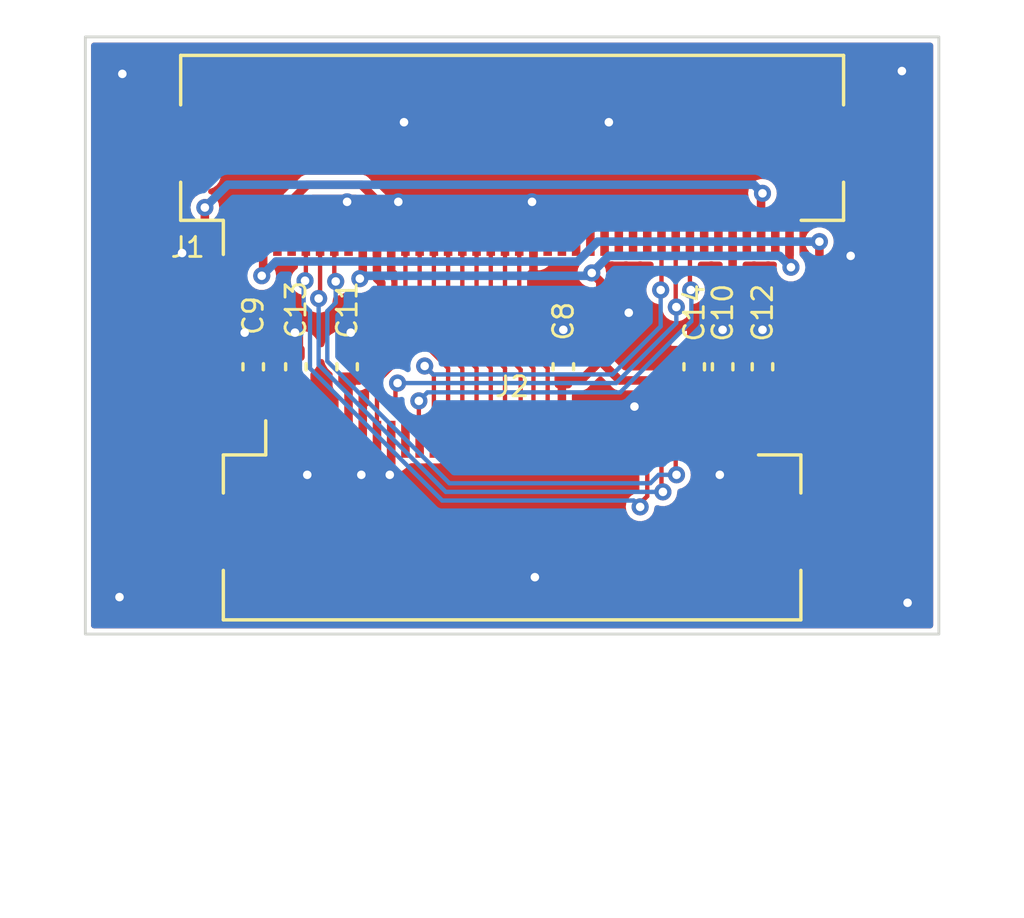
<source format=kicad_pcb>
(kicad_pcb (version 20211014) (generator pcbnew)
  (layers (0 "F.Cu" signal) (31 "B.Cu" signal) (34 "B.Paste" user) (35 "F.Paste" user) (36 "B.SilkS" user "B.Silkscreen") (37 "F.SilkS" user "F.Silkscreen") (38 "B.Mask" user) (39 "F.Mask" user) (44 "Edge.Cuts" user))
  (net 0 "")
  (net 1 "VGL")
  (net 2 "GND")
  (net 3 "VGH")
  (net 4 "VCOM")
  (net 5 "VPOS")
  (net 6 "VNEG")
  (net 7 "+3V3")
  (net 21 "/GDOE")
  (net 22 "/GDCLK")
  (net 23 "/GDSP")
  (net 24 "/ESDCLK")
  (net 25 "/ED0")
  (net 26 "/ED8")
  (net 27 "/ED1")
  (net 28 "/ED9")
  (net 29 "/ED2")
  (net 30 "/ED10")
  (net 31 "/ED3")
  (net 32 "/ED11")
  (net 33 "/ED4")
  (net 34 "/ED12")
  (net 35 "/ED5")
  (net 36 "/ED13")
  (net 37 "/ED6")
  (net 38 "/ED14")
  (net 39 "/ED7")
  (net 40 "/ED15")
  (net 41 "/SDCE0")
  (net 42 "/ESDLE")
  (net 43 "/ESDOE")
  (footprint "Capacitor_SMD:C_0402_1005Metric" (layer "F.Cu") (at 167.8 84.6 90)
    (fp_text reference "C8" (at 1.6 0 90) (layer "F.SilkS") (effects (font (size 0.7 0.7) (thickness 0.1))))
    (fp_text value "220nF")
    (fp_line (start -0.107836 0.36) (end 0.107836 0.36) (layer "F.SilkS") (width 0.12))
    (fp_line (start -0.107836 -0.36) (end 0.107836 -0.36) (layer "F.SilkS") (width 0.12))
    (pad "1" smd roundrect (at -0.48 0 90) (size 0.56 0.62) (layers "F.Cu" "F.Paste" "F.Mask") (net 4 "VCOM"))
    (pad "2" smd roundrect (at 0.48 0 90) (size 0.56 0.62) (layers "F.Cu" "F.Paste" "F.Mask") (net 2 "GND"))
  )
  (footprint "Capacitor_SMD:C_0402_1005Metric" (layer "F.Cu") (at 172.4 84.6 90)
    (fp_text reference "C14" (at 1.9 0 90) (layer "F.SilkS") (effects (font (size 0.7 0.7) (thickness 0.1))))
    (fp_text value "220nF")
    (fp_line (start -0.107836 -0.36) (end 0.107836 -0.36) (layer "F.SilkS") (width 0.12))
    (fp_line (start -0.107836 0.36) (end 0.107836 0.36) (layer "F.SilkS") (width 0.12))
    (pad "1" smd roundrect (at -0.48 0 90) (size 0.56 0.62) (layers "F.Cu" "F.Paste" "F.Mask") (net 4 "VCOM"))
    (pad "2" smd roundrect (at 0.48 0 90) (size 0.56 0.62) (layers "F.Cu" "F.Paste" "F.Mask") (net 2 "GND"))
  )
  (footprint "Capacitor_SMD:C_0402_1005Metric" (layer "F.Cu") (at 156.9 84.6 90)
    (fp_text reference "C9" (at 1.8 0 90) (layer "F.SilkS") (effects (font (size 0.7 0.7) (thickness 0.1))))
    (fp_text value "220nF")
    (fp_line (start -0.107836 -0.36) (end 0.107836 -0.36) (layer "F.SilkS") (width 0.12))
    (fp_line (start -0.107836 0.36) (end 0.107836 0.36) (layer "F.SilkS") (width 0.12))
    (pad "1" smd roundrect (at -0.48 0 90) (size 0.56 0.62) (layers "F.Cu" "F.Paste" "F.Mask") (net 6 "VNEG"))
    (pad "2" smd roundrect (at 0.48 0 90) (size 0.56 0.62) (layers "F.Cu" "F.Paste" "F.Mask") (net 2 "GND"))
  )
  (footprint "Connector_FFC-FPC:Hirose_FH12-34S-0.5SH_1x34-1MP_P0.50mm_Horizontal" (layer "F.Cu") (at 166 89)
    (fp_text reference "J2" (at 0 -3.7) (layer "F.SilkS") (effects (font (size 0.7 0.7) (thickness 0.1))))
    (fp_text value "FH34S-34S-0.5SH(50)")
    (fp_line (start -10.15 -1.3) (end -10.15 0.04) (layer "F.SilkS") (width 0.12))
    (fp_line (start -10.15 2.76) (end -10.15 4.5) (layer "F.SilkS") (width 0.12))
    (fp_line (start -10.15 4.5) (end 10.15 4.5) (layer "F.SilkS") (width 0.12))
    (fp_line (start 10.15 -1.3) (end 10.15 0.04) (layer "F.SilkS") (width 0.12))
    (fp_line (start -8.66 -1.3) (end -8.66 -2.5) (layer "F.SilkS") (width 0.12))
    (fp_line (start -8.66 -1.3) (end -10.15 -1.3) (layer "F.SilkS") (width 0.12))
    (fp_line (start 10.15 4.5) (end 10.15 2.76) (layer "F.SilkS") (width 0.12))
    (fp_line (start 8.66 -1.3) (end 10.15 -1.3) (layer "F.SilkS") (width 0.12))
    (pad "1" smd rect (at -8.25 -1.85) (size 0.3 1.3) (layers "F.Cu" "F.Paste" "F.Mask") (net 6 "VNEG"))
    (pad "2" smd rect (at -7.75 -1.85) (size 0.3 1.3) (layers "F.Cu" "F.Paste" "F.Mask") (net 1 "VGL"))
    (pad "3" smd rect (at -7.25 -1.85) (size 0.3 1.3) (layers "F.Cu" "F.Paste" "F.Mask") (net 2 "GND"))
    (pad "4" smd rect (at -6.75 -1.85) (size 0.3 1.3) (layers "F.Cu" "F.Paste" "F.Mask"))
    (pad "5" smd rect (at -6.25 -1.85) (size 0.3 1.3) (layers "F.Cu" "F.Paste" "F.Mask"))
    (pad "6" smd rect (at -5.75 -1.85) (size 0.3 1.3) (layers "F.Cu" "F.Paste" "F.Mask") (net 7 "+3V3"))
    (pad "7" smd rect (at -5.25 -1.85) (size 0.3 1.3) (layers "F.Cu" "F.Paste" "F.Mask") (net 2 "GND"))
    (pad "8" smd rect (at -4.75 -1.85) (size 0.3 1.3) (layers "F.Cu" "F.Paste" "F.Mask") (net 24 "/ESDCLK"))
    (pad "9" smd rect (at -4.25 -1.85) (size 0.3 1.3) (layers "F.Cu" "F.Paste" "F.Mask") (net 2 "GND"))
    (pad "10" smd rect (at -3.75 -1.85) (size 0.3 1.3) (layers "F.Cu" "F.Paste" "F.Mask") (net 42 "/ESDLE"))
    (pad "11" smd rect (at -3.25 -1.85) (size 0.3 1.3) (layers "F.Cu" "F.Paste" "F.Mask") (net 43 "/ESDOE"))
    (pad "12" smd rect (at -2.75 -1.85) (size 0.3 1.3) (layers "F.Cu" "F.Paste" "F.Mask") (net 41 "/SDCE0"))
    (pad "13" smd rect (at -2.25 -1.85) (size 0.3 1.3) (layers "F.Cu" "F.Paste" "F.Mask") (net 25 "/ED0"))
    (pad "14" smd rect (at -1.75 -1.85) (size 0.3 1.3) (layers "F.Cu" "F.Paste" "F.Mask") (net 27 "/ED1"))
    (pad "15" smd rect (at -1.25 -1.85) (size 0.3 1.3) (layers "F.Cu" "F.Paste" "F.Mask") (net 29 "/ED2"))
    (pad "16" smd rect (at -0.75 -1.85) (size 0.3 1.3) (layers "F.Cu" "F.Paste" "F.Mask") (net 31 "/ED3"))
    (pad "17" smd rect (at -0.25 -1.85) (size 0.3 1.3) (layers "F.Cu" "F.Paste" "F.Mask") (net 33 "/ED4"))
    (pad "18" smd rect (at 0.25 -1.85) (size 0.3 1.3) (layers "F.Cu" "F.Paste" "F.Mask") (net 35 "/ED5"))
    (pad "19" smd rect (at 0.75 -1.85) (size 0.3 1.3) (layers "F.Cu" "F.Paste" "F.Mask") (net 37 "/ED6"))
    (pad "20" smd rect (at 1.25 -1.85) (size 0.3 1.3) (layers "F.Cu" "F.Paste" "F.Mask") (net 39 "/ED7"))
    (pad "21" smd rect (at 1.75 -1.85) (size 0.3 1.3) (layers "F.Cu" "F.Paste" "F.Mask") (net 4 "VCOM"))
    (pad "22" smd rect (at 2.25 -1.85) (size 0.3 1.3) (layers "F.Cu" "F.Paste" "F.Mask"))
    (pad "23" smd rect (at 2.75 -1.85) (size 0.3 1.3) (layers "F.Cu" "F.Paste" "F.Mask"))
    (pad "24" smd rect (at 3.25 -1.85) (size 0.3 1.3) (layers "F.Cu" "F.Paste" "F.Mask"))
    (pad "25" smd rect (at 3.75 -1.85) (size 0.3 1.3) (layers "F.Cu" "F.Paste" "F.Mask"))
    (pad "26" smd rect (at 4.25 -1.85) (size 0.3 1.3) (layers "F.Cu" "F.Paste" "F.Mask") (net 2 "GND"))
    (pad "27" smd rect (at 4.75 -1.85) (size 0.3 1.3) (layers "F.Cu" "F.Paste" "F.Mask") (net 21 "/GDOE"))
    (pad "28" smd rect (at 5.25 -1.85) (size 0.3 1.3) (layers "F.Cu" "F.Paste" "F.Mask") (net 22 "/GDCLK"))
    (pad "29" smd rect (at 5.75 -1.85) (size 0.3 1.3) (layers "F.Cu" "F.Paste" "F.Mask") (net 23 "/GDSP"))
    (pad "30" smd rect (at 6.25 -1.85) (size 0.3 1.3) (layers "F.Cu" "F.Paste" "F.Mask"))
    (pad "31" smd rect (at 6.75 -1.85) (size 0.3 1.3) (layers "F.Cu" "F.Paste" "F.Mask") (net 4 "VCOM"))
    (pad "32" smd rect (at 7.25 -1.85) (size 0.3 1.3) (layers "F.Cu" "F.Paste" "F.Mask") (net 2 "GND"))
    (pad "33" smd rect (at 7.75 -1.85) (size 0.3 1.3) (layers "F.Cu" "F.Paste" "F.Mask") (net 5 "VPOS"))
    (pad "34" smd rect (at 8.25 -1.85) (size 0.3 1.3) (layers "F.Cu" "F.Paste" "F.Mask") (net 3 "VGH"))
    (pad "MP" smd rect (at -10.15 1.4) (size 1.8 2.2) (layers "F.Cu" "F.Paste" "F.Mask") (net 2 "GND"))
    (pad "MP" smd rect (at 10.15 1.4) (size 1.8 2.2) (layers "F.Cu" "F.Paste" "F.Mask") (net 2 "GND"))
  )
  (footprint "footprints:Hirose_FH12-40S-0.5SH_1x40-1MP_P0.50mm_Horizontal_Reversed" (layer "F.Cu") (at 166 78.15 180)
    (fp_text reference "J1" (at 11.4 -2.25) (layer "F.SilkS") (effects (font (size 0.7 0.7) (thickness 0.1))))
    (fp_text value "FH12-40S-0.5SH")
    (fp_line (start -11.65 -1.3) (end -11.65 0.04) (layer "F.SilkS") (width 0.12))
    (fp_line (start -10.16 -1.3) (end -11.65 -1.3) (layer "F.SilkS") (width 0.12))
    (fp_line (start -11.65 2.76) (end -11.65 4.5) (layer "F.SilkS") (width 0.12))
    (fp_line (start 10.16 -1.3) (end 11.65 -1.3) (layer "F.SilkS") (width 0.12))
    (fp_line (start 11.65 -1.3) (end 11.65 0.04) (layer "F.SilkS") (width 0.12))
    (fp_line (start 11.65 4.5) (end 11.65 2.76) (layer "F.SilkS") (width 0.12))
    (fp_line (start -11.65 4.5) (end 11.65 4.5) (layer "F.SilkS") (width 0.12))
    (fp_line (start 10.15 -1.3) (end 10.15 -2.5) (layer "F.SilkS") (width 0.12))
    (pad "1" smd rect locked (at 9.75 -1.9) (size 0.3 1.3) (layers "F.Cu" "F.Paste" "F.Mask") (net 1 "VGL"))
    (pad "2" smd rect locked (at 9.25 -1.9) (size 0.3 1.3) (layers "F.Cu" "F.Paste" "F.Mask"))
    (pad "3" smd rect locked (at 8.75 -1.9) (size 0.3 1.3) (layers "F.Cu" "F.Paste" "F.Mask") (net 3 "VGH"))
    (pad "4" smd rect locked (at 8.25 -1.9) (size 0.3 1.3) (layers "F.Cu" "F.Paste" "F.Mask"))
    (pad "5" smd rect locked (at 7.75 -1.9) (size 0.3 1.3) (layers "F.Cu" "F.Paste" "F.Mask") (net 7 "+3V3"))
    (pad "6" smd rect locked (at 7.25 -1.9) (size 0.3 1.3) (layers "F.Cu" "F.Paste" "F.Mask") (net 21 "/GDOE"))
    (pad "7" smd rect locked (at 6.75 -1.9) (size 0.3 1.3) (layers "F.Cu" "F.Paste" "F.Mask") (net 22 "/GDCLK"))
    (pad "8" smd rect locked (at 6.25 -1.9) (size 0.3 1.3) (layers "F.Cu" "F.Paste" "F.Mask") (net 23 "/GDSP"))
    (pad "9" smd rect locked (at 5.75 -1.9) (size 0.3 1.3) (layers "F.Cu" "F.Paste" "F.Mask") (net 2 "GND"))
    (pad "10" smd rect locked (at 5.25 -1.9) (size 0.3 1.3) (layers "F.Cu" "F.Paste" "F.Mask") (net 4 "VCOM"))
    (pad "11" smd rect locked (at 4.75 -1.9) (size 0.3 1.3) (layers "F.Cu" "F.Paste" "F.Mask") (net 7 "+3V3"))
    (pad "12" smd rect locked (at 4.25 -1.9) (size 0.3 1.3) (layers "F.Cu" "F.Paste" "F.Mask") (net 2 "GND"))
    (pad "13" smd rect locked (at 3.75 -1.9) (size 0.3 1.3) (layers "F.Cu" "F.Paste" "F.Mask") (net 24 "/ESDCLK"))
    (pad "14" smd rect locked (at 3.25 -1.9) (size 0.3 1.3) (layers "F.Cu" "F.Paste" "F.Mask") (net 25 "/ED0"))
    (pad "15" smd rect locked (at 2.75 -1.9) (size 0.3 1.3) (layers "F.Cu" "F.Paste" "F.Mask") (net 27 "/ED1"))
    (pad "16" smd rect locked (at 2.25 -1.9) (size 0.3 1.3) (layers "F.Cu" "F.Paste" "F.Mask") (net 29 "/ED2"))
    (pad "17" smd rect locked (at 1.75 -1.9) (size 0.3 1.3) (layers "F.Cu" "F.Paste" "F.Mask") (net 31 "/ED3"))
    (pad "18" smd rect locked (at 1.25 -1.9) (size 0.3 1.3) (layers "F.Cu" "F.Paste" "F.Mask") (net 33 "/ED4"))
    (pad "19" smd rect locked (at 0.75 -1.9) (size 0.3 1.3) (layers "F.Cu" "F.Paste" "F.Mask") (net 35 "/ED5"))
    (pad "20" smd rect locked (at 0.25 -1.9) (size 0.3 1.3) (layers "F.Cu" "F.Paste" "F.Mask") (net 37 "/ED6"))
    (pad "21" smd rect locked (at -0.25 -1.9) (size 0.3 1.3) (layers "F.Cu" "F.Paste" "F.Mask") (net 39 "/ED7"))
    (pad "22" smd rect locked (at -0.75 -1.9) (size 0.3 1.3) (layers "F.Cu" "F.Paste" "F.Mask") (net 2 "GND"))
    (pad "23" smd rect locked (at -1.25 -1.9) (size 0.3 1.3) (layers "F.Cu" "F.Paste" "F.Mask") (net 26 "/ED8"))
    (pad "24" smd rect locked (at -1.75 -1.9) (size 0.3 1.3) (layers "F.Cu" "F.Paste" "F.Mask") (net 28 "/ED9"))
    (pad "25" smd rect locked (at -2.25 -1.9) (size 0.3 1.3) (layers "F.Cu" "F.Paste" "F.Mask") (net 30 "/ED10"))
    (pad "26" smd rect locked (at -2.75 -1.9) (size 0.3 1.3) (layers "F.Cu" "F.Paste" "F.Mask") (net 32 "/ED11"))
    (pad "27" smd rect locked (at -3.25 -1.9) (size 0.3 1.3) (layers "F.Cu" "F.Paste" "F.Mask") (net 34 "/ED12"))
    (pad "28" smd rect locked (at -3.75 -1.9) (size 0.3 1.3) (layers "F.Cu" "F.Paste" "F.Mask") (net 36 "/ED13"))
    (pad "29" smd rect locked (at -4.25 -1.9) (size 0.3 1.3) (layers "F.Cu" "F.Paste" "F.Mask") (net 38 "/ED14"))
    (pad "30" smd rect locked (at -4.75 -1.9) (size 0.3 1.3) (layers "F.Cu" "F.Paste" "F.Mask") (net 40 "/ED15"))
    (pad "31" smd rect locked (at -5.25 -1.9) (size 0.3 1.3) (layers "F.Cu" "F.Paste" "F.Mask") (net 41 "/SDCE0"))
    (pad "32" smd rect locked (at -5.75 -1.9) (size 0.3 1.3) (layers "F.Cu" "F.Paste" "F.Mask") (net 42 "/ESDLE"))
    (pad "33" smd rect locked (at -6.25 -1.9) (size 0.3 1.3) (layers "F.Cu" "F.Paste" "F.Mask") (net 43 "/ESDOE"))
    (pad "34" smd rect locked (at -6.75 -1.9) (size 0.3 1.3) (layers "F.Cu" "F.Paste" "F.Mask"))
    (pad "35" smd rect locked (at -7.25 -1.9) (size 0.3 1.3) (layers "F.Cu" "F.Paste" "F.Mask"))
    (pad "36" smd rect locked (at -7.75 -1.9) (size 0.3 1.3) (layers "F.Cu" "F.Paste" "F.Mask") (net 5 "VPOS"))
    (pad "37" smd rect locked (at -8.25 -1.9) (size 0.3 1.3) (layers "F.Cu" "F.Paste" "F.Mask"))
    (pad "38" smd rect locked (at -8.75 -1.9) (size 0.3 1.3) (layers "F.Cu" "F.Paste" "F.Mask") (net 6 "VNEG"))
    (pad "39" smd rect locked (at -9.25 -1.9) (size 0.3 1.3) (layers "F.Cu" "F.Paste" "F.Mask"))
    (pad "40" smd rect locked (at -9.75 -1.9) (size 0.3 1.3) (layers "F.Cu" "F.Paste" "F.Mask") (net 4 "VCOM"))
    (pad "MP" smd rect locked (at -11.65 1.4 180) (size 1.8 2.2) (layers "F.Cu" "F.Paste" "F.Mask") (net 2 "GND"))
    (pad "MP" smd rect locked (at 11.65 1.4 180) (size 1.8 2.2) (layers "F.Cu" "F.Paste" "F.Mask") (net 2 "GND"))
  )
  (footprint "Capacitor_SMD:C_0402_1005Metric" (layer "F.Cu") (at 158.4 84.6 90)
    (fp_text reference "C13" (at 2 0 90) (layer "F.SilkS") (effects (font (size 0.7 0.7) (thickness 0.1))))
    (fp_text value "220nF")
    (fp_line (start -0.107836 -0.36) (end 0.107836 -0.36) (layer "F.SilkS") (width 0.12))
    (fp_line (start -0.107836 0.36) (end 0.107836 0.36) (layer "F.SilkS") (width 0.12))
    (pad "1" smd roundrect (at -0.48 0 90) (size 0.56 0.62) (layers "F.Cu" "F.Paste" "F.Mask") (net 1 "VGL"))
    (pad "2" smd roundrect (at 0.48 0 90) (size 0.56 0.62) (layers "F.Cu" "F.Paste" "F.Mask") (net 2 "GND"))
  )
  (footprint "Capacitor_SMD:C_0402_1005Metric" (layer "F.Cu") (at 174.8 84.6 90)
    (fp_text reference "C12" (at 1.9 0 90) (layer "F.SilkS") (effects (font (size 0.7 0.7) (thickness 0.1))))
    (fp_text value "220nF")
    (fp_line (start -0.107836 0.36) (end 0.107836 0.36) (layer "F.SilkS") (width 0.12))
    (fp_line (start -0.107836 -0.36) (end 0.107836 -0.36) (layer "F.SilkS") (width 0.12))
    (pad "1" smd roundrect (at -0.48 0 90) (size 0.56 0.62) (layers "F.Cu" "F.Paste" "F.Mask") (net 3 "VGH"))
    (pad "2" smd roundrect (at 0.48 0 90) (size 0.56 0.62) (layers "F.Cu" "F.Paste" "F.Mask") (net 2 "GND"))
  )
  (footprint "Capacitor_SMD:C_0402_1005Metric" (layer "F.Cu") (at 160.2 84.6 90)
    (fp_text reference "C11" (at 2 0 90) (layer "F.SilkS") (effects (font (size 0.7 0.7) (thickness 0.1))))
    (fp_text value "220nF")
    (fp_line (start -0.107836 -0.36) (end 0.107836 -0.36) (layer "F.SilkS") (width 0.12))
    (fp_line (start -0.107836 0.36) (end 0.107836 0.36) (layer "F.SilkS") (width 0.12))
    (pad "1" smd roundrect (at -0.48 0 90) (size 0.56 0.62) (layers "F.Cu" "F.Paste" "F.Mask") (net 7 "+3V3"))
    (pad "2" smd roundrect (at 0.48 0 90) (size 0.56 0.62) (layers "F.Cu" "F.Paste" "F.Mask") (net 2 "GND"))
  )
  (footprint "Capacitor_SMD:C_0402_1005Metric" (layer "F.Cu") (at 173.4 84.6 90)
    (fp_text reference "C10" (at 1.9 0 90) (layer "F.SilkS") (effects (font (size 0.7 0.7) (thickness 0.1))))
    (fp_text value "220nF")
    (fp_line (start -0.107836 0.36) (end 0.107836 0.36) (layer "F.SilkS") (width 0.12))
    (fp_line (start -0.107836 -0.36) (end 0.107836 -0.36) (layer "F.SilkS") (width 0.12))
    (pad "1" smd roundrect (at -0.48 0 90) (size 0.56 0.62) (layers "F.Cu" "F.Paste" "F.Mask") (net 5 "VPOS"))
    (pad "2" smd roundrect (at 0.48 0 90) (size 0.56 0.62) (layers "F.Cu" "F.Paste" "F.Mask") (net 2 "GND"))
  )
  (gr_rect (start 151 73) (end 181 94) (layer "Edge.Cuts") (width 0.1) (fill none))
  (segment (start 158.25 85.23) (end 158.4 85.08) (width 0.3) (layer "F.Cu") (net 1))
  (segment (start 158.18 85.08) (end 158.4 85.08) (width 0.3) (layer "F.Cu") (net 1))
  (segment (start 156.25 82.05) (end 157.7 83.5) (width 0.3) (layer "F.Cu") (net 1))
  (segment (start 157.7 83.5) (end 157.7 84.6) (width 0.3) (layer "F.Cu") (net 1))
  (segment (start 157.7 84.6) (end 158.18 85.08) (width 0.3) (layer "F.Cu") (net 1))
  (segment (start 158.25 87.15) (end 158.25 85.23) (width 0.3) (layer "F.Cu") (net 1))
  (segment (start 156.25 80.05) (end 156.25 82.05) (width 0.3) (layer "F.Cu") (net 1))
  (segment (start 160.75 87.15) (end 160.75 88.35) (width 0.3) (layer "F.Cu") (net 2))
  (segment (start 173.4 84.12) (end 173.4 83.3019) (width 0.3) (layer "F.Cu") (net 2))
  (segment (start 160.25 78.85) (end 160.25 80.05) (width 0.3) (layer "F.Cu") (net 2))
  (segment (start 156.9 84.12) (end 156.9 83.7) (width 0.3) (layer "F.Cu") (net 2))
  (segment (start 158.75 87.15) (end 158.75 88.35) (width 0.3) (layer "F.Cu") (net 2))
  (segment (start 158.4 83.43242) (end 158.4 84.12) (width 0.3) (layer "F.Cu") (net 2))
  (segment (start 158.75 88.35) (end 158.8 88.4) (width 0.3) (layer "F.Cu") (net 2))
  (segment (start 160.75 88.35) (end 160.7 88.4) (width 0.3) (layer "F.Cu") (net 2))
  (segment (start 158.36758 83.4) (end 158.4 83.43242) (width 0.3) (layer "F.Cu") (net 2))
  (segment (start 170.25 86.05) (end 170.3 86) (width 0.3) (layer "F.Cu") (net 2))
  (segment (start 173.4 83.3019) (end 173.3981 83.3) (width 0.3) (layer "F.Cu") (net 2))
  (segment (start 173.25 88.35) (end 173.3 88.4) (width 0.3) (layer "F.Cu") (net 2))
  (segment (start 166.75 80.05) (end 166.75 78.85) (width 0.3) (layer "F.Cu") (net 2))
  (segment (start 161.75 88.35) (end 161.7 88.4) (width 0.3) (layer "F.Cu") (net 2))
  (segment (start 166.75 78.85) (end 166.7 78.8) (width 0.3) (layer "F.Cu") (net 2))
  (segment (start 173.25 87.15) (end 173.25 88.35) (width 0.3) (layer "F.Cu") (net 2))
  (segment (start 172.4 84.12) (end 173.4 84.12) (width 0.3) (layer "F.Cu") (net 2))
  (segment (start 161.75 79.05) (end 161.75 80.05) (width 0.3) (layer "F.Cu") (net 2))
  (segment (start 167.8 84.12) (end 167.8 83.3) (width 0.3) (layer "F.Cu") (net 2))
  (segment (start 162 78.8) (end 161.75 79.05) (width 0.3) (layer "F.Cu") (net 2))
  (segment (start 160.3281 83.4) (end 160.2 83.5281) (width 0.3) (layer "F.Cu") (net 2))
  (segment (start 156.9 83.7) (end 156.6 83.4) (width 0.3) (layer "F.Cu") (net 2))
  (segment (start 161.75 87.15) (end 161.75 88.35) (width 0.3) (layer "F.Cu") (net 2))
  (segment (start 160.2 78.8) (end 160.25 78.85) (width 0.3) (layer "F.Cu") (net 2))
  (segment (start 160.2 83.5281) (end 160.2 84.12) (width 0.3) (layer "F.Cu") (net 2))
  (segment (start 170.25 87.15) (end 170.25 86.05) (width 0.3) (layer "F.Cu") (net 2))
  (segment (start 174.8 84.12) (end 174.8 83.3) (width 0.3) (layer "F.Cu") (net 2))
  (via (at 160.7 88.4) (size 0.6) (drill 0.3) (layers "F.Cu" "B.Cu") (net 2))
  (via (at 162 78.8) (size 0.6) (drill 0.3) (layers "F.Cu" "B.Cu") (net 2))
  (via (at 173.3981 83.3) (size 0.6) (drill 0.3) (layers "F.Cu" "B.Cu") (net 2))
  (via (at 152.2 92.7) (size 0.6) (drill 0.3) (layers "F.Cu" "B.Cu") (net 2))
  (via (at 169.4 76) (size 0.6) (drill 0.3) (layers "F.Cu" "B.Cu") (net 2))
  (via (at 170.3 86) (size 0.6) (drill 0.3) (layers "F.Cu" "B.Cu") (net 2))
  (via (at 167.8 83.3) (size 0.6) (drill 0.3) (layers "F.Cu" "B.Cu") (net 2))
  (via (at 158.8 88.4) (size 0.6) (drill 0.3) (layers "F.Cu" "B.Cu") (net 2))
  (via (at 173.3 88.4) (size 0.6) (drill 0.3) (layers "F.Cu" "B.Cu") (net 2))
  (via (at 162.2 76) (size 0.6) (drill 0.3) (layers "F.Cu" "B.Cu") (net 2))
  (via (at 166.8 92) (size 0.6) (drill 0.3) (layers "F.Cu" "B.Cu") (net 2))
  (via (at 179.9 92.9) (size 0.6) (drill 0.3) (layers "F.Cu" "B.Cu") (net 2))
  (via (at 152.3 74.3) (size 0.6) (drill 0.3) (layers "F.Cu" "B.Cu") (net 2))
  (via (at 174.8 83.3) (size 0.6) (drill 0.3) (layers "F.Cu" "B.Cu") (net 2))
  (via (at 170.1 82.7) (size 0.6) (drill 0.3) (layers "F.Cu" "B.Cu") (net 2))
  (via (at 166.7 78.8) (size 0.6) (drill 0.3) (layers "F.Cu" "B.Cu") (net 2))
  (via (at 161.7 88.4) (size 0.6) (drill 0.3) (layers "F.Cu" "B.Cu") (net 2))
  (via (at 154.4 80.6) (size 0.6) (drill 0.3) (layers "F.Cu" "B.Cu") (net 2))
  (via (at 158.36758 83.4) (size 0.6) (drill 0.3) (layers "F.Cu" "B.Cu") (net 2))
  (via (at 160.3281 83.4) (size 0.6) (drill 0.3) (layers "F.Cu" "B.Cu") (net 2))
  (via (at 177.9 80.7) (size 0.6) (drill 0.3) (layers "F.Cu" "B.Cu") (net 2))
  (via (at 156.6 83.4) (size 0.6) (drill 0.3) (layers "F.Cu" "B.Cu") (net 2))
  (via (at 160.2 78.8) (size 0.6) (drill 0.3) (layers "F.Cu" "B.Cu") (net 2))
  (via (at 179.7 74.2) (size 0.6) (drill 0.3) (layers "F.Cu" "B.Cu") (net 2))
  (segment (start 157.25 80.05) (end 157.25 81.35) (width 0.3) (layer "F.Cu") (net 3))
  (segment (start 176.8 84) (end 175.72 85.08) (width 0.3) (layer "F.Cu") (net 3))
  (segment (start 175.72 85.08) (end 174.8 85.08) (width 0.3) (layer "F.Cu") (net 3))
  (segment (start 174.25 85.95) (end 174.8 85.4) (width 0.3) (layer "F.Cu") (net 3))
  (segment (start 174.25 87.15) (end 174.25 85.95) (width 0.3) (layer "F.Cu") (net 3))
  (segment (start 174.8 85.4) (end 174.8 85.08) (width 0.3) (layer "F.Cu") (net 3))
  (segment (start 176.8 80.2) (end 176.8 84) (width 0.3) (layer "F.Cu") (net 3))
  (segment (start 157.25 81.35) (end 157.2 81.4) (width 0.3) (layer "F.Cu") (net 3))
  (via (at 157.2 81.4) (size 0.6) (drill 0.3) (layers "F.Cu" "B.Cu") (net 3))
  (via (at 176.8 80.2) (size 0.6) (drill 0.3) (layers "F.Cu" "B.Cu") (net 3))
  (segment (start 160.899217 80.9) (end 168.3 80.9) (width 0.3) (layer "B.Cu") (net 3))
  (segment (start 157.701795 80.898205) (end 160.897422 80.898205) (width 0.3) (layer "B.Cu") (net 3))
  (segment (start 157.2 81.4) (end 157.701795 80.898205) (width 0.3) (layer "B.Cu") (net 3))
  (segment (start 169 80.2) (end 176.8 80.2) (width 0.3) (layer "B.Cu") (net 3))
  (segment (start 160.897422 80.898205) (end 160.899217 80.9) (width 0.3) (layer "B.Cu") (net 3))
  (segment (start 168.3 80.9) (end 169 80.2) (width 0.3) (layer "B.Cu") (net 3))
  (segment (start 175.75 81.05) (end 175.75 80.05) (width 0.3) (layer "F.Cu") (net 4))
  (segment (start 167.75 85.13) (end 167.8 85.08) (width 0.3) (layer "F.Cu") (net 4))
  (segment (start 160.75 81.398217) (end 160.75 80.05) (width 0.3) (layer "F.Cu") (net 4))
  (segment (start 169.1 84.4) (end 169.78 85.08) (width 0.3) (layer "F.Cu") (net 4))
  (segment (start 160.648101 81.500116) (end 160.75 81.398217) (width 0.3) (layer "F.Cu") (net 4))
  (segment (start 168.8 81.3) (end 169.1 81.6) (width 0.3) (layer "F.Cu") (net 4))
  (segment (start 172.75 86.15) (end 172.4 85.8) (width 0.3) (layer "F.Cu") (net 4))
  (segment (start 167.75 87.15) (end 167.75 85.13) (width 0.3) (layer "F.Cu") (net 4))
  (segment (start 168.42 85.08) (end 167.8 85.08) (width 0.3) (layer "F.Cu") (net 4))
  (segment (start 169.1 81.6) (end 169.1 84.4) (width 0.3) (layer "F.Cu") (net 4))
  (segment (start 172.75 87.15) (end 172.75 86.15) (width 0.3) (layer "F.Cu") (net 4))
  (segment (start 169.78 85.08) (end 172.4 85.08) (width 0.3) (layer "F.Cu") (net 4))
  (segment (start 172.4 85.8) (end 172.4 85.08) (width 0.3) (layer "F.Cu") (net 4))
  (segment (start 169.1 84.4) (end 168.42 85.08) (width 0.3) (layer "F.Cu") (net 4))
  (segment (start 175.8 81.1) (end 175.75 81.05) (width 0.3) (layer "F.Cu") (net 4))
  (via (at 175.8 81.1) (size 0.6) (drill 0.3) (layers "F.Cu" "B.Cu") (net 4))
  (via (at 160.648101 81.500116) (size 0.6) (drill 0.3) (layers "F.Cu" "B.Cu") (net 4))
  (via (at 168.8 81.3) (size 0.6) (drill 0.3) (layers "F.Cu" "B.Cu") (net 4))
  (segment (start 175.4 80.7) (end 175.8 81.1) (width 0.3) (layer "B.Cu") (net 4))
  (segment (start 160.748217 81.4) (end 168.7 81.4) (width 0.3) (layer "B.Cu") (net 4))
  (segment (start 169.4 80.7) (end 175.4 80.7) (width 0.3) (layer "B.Cu") (net 4))
  (segment (start 168.8 81.3) (end 169.4 80.7) (width 0.3) (layer "B.Cu") (net 4))
  (segment (start 160.648101 81.500116) (end 160.748217 81.4) (width 0.3) (layer "B.Cu") (net 4))
  (segment (start 168.7 81.4) (end 168.8 81.3) (width 0.3) (layer "B.Cu") (net 4))
  (segment (start 173.75 80.05) (end 173.75 81.65) (width 0.3) (layer "F.Cu") (net 5))
  (segment (start 173.4 85.08) (end 173.72 85.08) (width 0.3) (layer "F.Cu") (net 5))
  (segment (start 173.4 85.5) (end 173.4 85.08) (width 0.3) (layer "F.Cu") (net 5))
  (segment (start 174 81.9) (end 173.9 81.8) (width 0.3) (layer "F.Cu") (net 5))
  (segment (start 174 84.8) (end 174.01192 84.78808) (width 0.3) (layer "F.Cu") (net 5))
  (segment (start 174.01192 84.78808) (end 174.01192 83.81192) (width 0.3) (layer "F.Cu") (net 5))
  (segment (start 174 83.8) (end 174 82.1) (width 0.3) (layer "F.Cu") (net 5))
  (segment (start 174 82.1) (end 174 81.9) (width 0.3) (layer "F.Cu") (net 5))
  (segment (start 173.75 81.65) (end 173.9 81.8) (width 0.3) (layer "F.Cu") (net 5))
  (segment (start 173.75 85.85) (end 173.4 85.5) (width 0.3) (layer "F.Cu") (net 5))
  (segment (start 174.01192 83.81192) (end 174 83.8) (width 0.3) (layer "F.Cu") (net 5))
  (segment (start 173.72 85.08) (end 174 84.8) (width 0.3) (layer "F.Cu") (net 5))
  (segment (start 173.75 87.15) (end 173.75 85.85) (width 0.3) (layer "F.Cu") (net 5))
  (segment (start 174.75 78.55) (end 174.8 78.5) (width 0.3) (layer "F.Cu") (net 6))
  (segment (start 174.75 80.05) (end 174.75 78.55) (width 0.3) (layer "F.Cu") (net 6))
  (segment (start 157.75 85.93) (end 155.2 83.38) (width 0.3) (layer "F.Cu") (net 6))
  (segment (start 155.2 83.38) (end 155.2 79) (width 0.3) (layer "F.Cu") (net 6))
  (segment (start 157.75 87.15) (end 157.75 85.93) (width 0.3) (layer "F.Cu") (net 6))
  (via (at 155.2 79) (size 0.6) (drill 0.3) (layers "F.Cu" "B.Cu") (net 6))
  (via (at 174.8 78.5) (size 0.6) (drill 0.3) (layers "F.Cu" "B.Cu") (net 6))
  (segment (start 156.001911 78.198089) (end 155.2 79) (width 0.3) (layer "B.Cu") (net 6))
  (segment (start 174.498089 78.198089) (end 156.001911 78.198089) (width 0.3) (layer "B.Cu") (net 6))
  (segment (start 174.8 78.5) (end 174.498089 78.198089) (width 0.3) (layer "B.Cu") (net 6))
  (segment (start 160.62 85.08) (end 160.2 85.08) (width 0.3) (layer "F.Cu") (net 7))
  (segment (start 161.401911 81.650679) (end 161.401911 84.298089) (width 0.3) (layer "F.Cu") (net 7))
  (segment (start 161.401911 84.298089) (end 160.62 85.08) (width 0.3) (layer "F.Cu") (net 7))
  (segment (start 161.25 80.05) (end 161.25 78.75) (width 0.3) (layer "F.Cu") (net 7))
  (segment (start 158.25 78.75) (end 158.25 80.05) (width 0.3) (layer "F.Cu") (net 7))
  (segment (start 161.25 80.05) (end 161.25 81.498768) (width 0.3) (layer "F.Cu") (net 7))
  (segment (start 161.25 81.498768) (end 161.401911 81.650679) (width 0.3) (layer "F.Cu") (net 7))
  (segment (start 158.801911 78.198089) (end 158.25 78.75) (width 0.3) (layer "F.Cu") (net 7))
  (segment (start 160.698089 78.198089) (end 158.801911 78.198089) (width 0.3) (layer "F.Cu") (net 7))
  (segment (start 160.25 85.13) (end 160.2 85.08) (width 0.3) (layer "F.Cu") (net 7))
  (segment (start 161.25 78.75) (end 160.698089 78.198089) (width 0.3) (layer "F.Cu") (net 7))
  (segment (start 160.25 87.15) (end 160.25 85.13) (width 0.3) (layer "F.Cu") (net 7))
  (segment (start 170.5 89.5281) (end 170.5 89.4) (width 0.1524) (layer "F.Cu") (net 21))
  (segment (start 158.75 81.54628) (end 158.7219 81.57438) (width 0.1524) (layer "F.Cu") (net 21))
  (segment (start 170.5 89.4) (end 170.75 89.15) (width 0.1524) (layer "F.Cu") (net 21))
  (segment (start 170.75 89.15) (end 170.75 87.15) (width 0.1524) (layer "F.Cu") (net 21))
  (segment (start 158.75 80.05) (end 158.75 81.54628) (width 0.1524) (layer "F.Cu") (net 21))
  (via (at 158.7219 81.57438) (size 0.6) (drill 0.3) (layers "F.Cu" "B.Cu") (net 21))
  (via (at 170.5 89.5281) (size 0.6) (drill 0.3) (layers "F.Cu" "B.Cu") (net 21))
  (segment (start 158.671889 82.418752) (end 158.671889 81.624391) (width 0.1524) (layer "B.Cu") (net 21))
  (segment (start 163.543573 89.30432) (end 158.89568 84.656427) (width 0.1524) (layer "B.Cu") (net 21))
  (segment (start 170.27622 89.30432) (end 163.543573 89.30432) (width 0.1524) (layer "B.Cu") (net 21))
  (segment (start 170.5 89.5281) (end 170.27622 89.30432) (width 0.1524) (layer "B.Cu") (net 21))
  (segment (start 158.89568 84.656427) (end 158.89568 82.642543) (width 0.1524) (layer "B.Cu") (net 21))
  (segment (start 158.89568 82.642543) (end 158.671889 82.418752) (width 0.1524) (layer "B.Cu") (net 21))
  (segment (start 158.671889 81.624391) (end 158.7219 81.57438) (width 0.1524) (layer "B.Cu") (net 21))
  (segment (start 171.25 88.95) (end 171.25 87.15) (width 0.1524) (layer "F.Cu") (net 22))
  (segment (start 159.25 82.15) (end 159.2 82.2) (width 0.1524) (layer "F.Cu") (net 22))
  (segment (start 159.25 80.05) (end 159.25 82.15) (width 0.1524) (layer "F.Cu") (net 22))
  (segment (start 171.3 89) (end 171.25 88.95) (width 0.1524) (layer "F.Cu") (net 22))
  (via (at 171.3 89) (size 0.6) (drill 0.3) (layers "F.Cu" "B.Cu") (net 22))
  (via (at 159.2 82.2) (size 0.6) (drill 0.3) (layers "F.Cu" "B.Cu") (net 22))
  (segment (start 171.3 89) (end 163.669626 89) (width 0.1524) (layer "B.Cu") (net 22))
  (segment (start 163.669626 89) (end 159.2 84.530374) (width 0.1524) (layer "B.Cu") (net 22))
  (segment (start 159.2 84.530374) (end 159.2 82.2) (width 0.1524) (layer "B.Cu") (net 22))
  (segment (start 159.75 81.55) (end 159.8 81.6) (width 0.1524) (layer "F.Cu") (net 23))
  (segment (start 171.75 88.3719) (end 171.75 87.15) (width 0.1524) (layer "F.Cu") (net 23))
  (segment (start 171.7781 88.4) (end 171.75 88.3719) (width 0.1524) (layer "F.Cu") (net 23))
  (segment (start 159.75 80.05) (end 159.75 81.55) (width 0.1524) (layer "F.Cu") (net 23))
  (via (at 159.8 81.6) (size 0.6) (drill 0.3) (layers "F.Cu" "B.Cu") (net 23))
  (via (at 171.7781 88.4) (size 0.6) (drill 0.3) (layers "F.Cu" "B.Cu") (net 23))
  (segment (start 159.50432 82.642543) (end 159.50432 84.40432) (width 0.1524) (layer "B.Cu") (net 23))
  (segment (start 170.857457 88.69568) (end 171.153137 88.4) (width 0.1524) (layer "B.Cu") (net 23))
  (segment (start 159.8 82.346863) (end 159.50432 82.642543) (width 0.1524) (layer "B.Cu") (net 23))
  (segment (start 163.79568 88.69568) (end 170.857457 88.69568) (width 0.1524) (layer "B.Cu") (net 23))
  (segment (start 159.50432 84.40432) (end 163.79568 88.69568) (width 0.1524) (layer "B.Cu") (net 23))
  (segment (start 159.8 81.6) (end 159.8 82.346863) (width 0.1524) (layer "B.Cu") (net 23))
  (segment (start 171.153137 88.4) (end 171.7781 88.4) (width 0.1524) (layer "B.Cu") (net 23))
  (segment (start 161.25 85.15) (end 162.25 84.15) (width 0.1524) (layer "F.Cu") (net 24))
  (segment (start 161.25 87.15) (end 161.25 85.15) (width 0.1524) (layer "F.Cu") (net 24))
  (segment (start 162.25 84.15) (end 162.25 80.05) (width 0.1524) (layer "F.Cu") (net 24))
  (segment (start 163.75 87.15) (end 163.75 84.65) (width 0.1524) (layer "F.Cu") (net 25))
  (segment (start 162.75 83.65) (end 162.75 80.05) (width 0.1524) (layer "F.Cu") (net 25))
  (segment (start 163.75 84.65) (end 162.75 83.65) (width 0.1524) (layer "F.Cu") (net 25))
  (segment (start 163.25 83.65) (end 163.25 80.05) (width 0.1524) (layer "F.Cu") (net 27))
  (segment (start 164.25 84.65) (end 163.25 83.65) (width 0.1524) (layer "F.Cu") (net 27))
  (segment (start 164.25 87.15) (end 164.25 84.65) (width 0.1524) (layer "F.Cu") (net 27))
  (segment (start 164.75 84.65) (end 163.75 83.65) (width 0.1524) (layer "F.Cu") (net 29))
  (segment (start 163.75 83.65) (end 163.75 80.05) (width 0.1524) (layer "F.Cu") (net 29))
  (segment (start 164.75 87.15) (end 164.75 84.65) (width 0.1524) (layer "F.Cu") (net 29))
  (segment (start 165.25 84.65) (end 165.25 87.15) (width 0.1524) (layer "F.Cu") (net 31))
  (segment (start 164.25 83.65) (end 165.25 84.65) (width 0.1524) (layer "F.Cu") (net 31))
  (segment (start 164.25 80.05) (end 164.25 83.65) (width 0.1524) (layer "F.Cu") (net 31))
  (segment (start 164.75 83.65) (end 165.75 84.65) (width 0.1524) (layer "F.Cu") (net 33))
  (segment (start 165.75 84.65) (end 165.75 87.15) (width 0.1524) (layer "F.Cu") (net 33))
  (segment (start 164.75 80.05) (end 164.75 83.65) (width 0.1524) (layer "F.Cu") (net 33))
  (segment (start 166.25 87.15) (end 166.3 87.1) (width 0.1524) (layer "F.Cu") (net 35))
  (segment (start 165.25 83.65) (end 165.25 80.05) (width 0.1524) (layer "F.Cu") (net 35))
  (segment (start 166.3 87.1) (end 166.3 84.7) (width 0.1524) (layer "F.Cu") (net 35))
  (segment (start 166.3 84.7) (end 165.25 83.65) (width 0.1524) (layer "F.Cu") (net 35))
  (segment (start 165.75 83.65) (end 165.75 80.05) (width 0.1524) (layer "F.Cu") (net 37))
  (segment (start 166.75 84.65) (end 165.75 83.65) (width 0.1524) (layer "F.Cu") (net 37))
  (segment (start 166.75 87.15) (end 166.75 84.65) (width 0.1524) (layer "F.Cu") (net 37))
  (segment (start 166.25 83.65) (end 166.25 80.05) (width 0.1524) (layer "F.Cu") (net 39))
  (segment (start 167.25 84.65) (end 166.25 83.65) (width 0.1524) (layer "F.Cu") (net 39))
  (segment (start 167.25 87.15) (end 167.25 84.65) (width 0.1524) (layer "F.Cu") (net 39))
  (segment (start 163.25 84.896848) (end 163.25 87.15) (width 0.1524) (layer "F.Cu") (net 41))
  (segment (start 171.2219 81.9) (end 171.25 81.8719) (width 0.1524) (layer "F.Cu") (net 41))
  (segment (start 171.25 81.8719) (end 171.25 80.05) (width 0.1524) (layer "F.Cu") (net 41))
  (segment (start 162.926576 84.573424) (end 163.25 84.896848) (width 0.1524) (layer "F.Cu") (net 41))
  (via (at 171.2219 81.9) (size 0.6) (drill 0.3) (layers "F.Cu" "B.Cu") (net 41))
  (via (at 162.926576 84.573424) (size 0.6) (drill 0.3) (layers "F.Cu" "B.Cu") (net 41))
  (segment (start 171.2219 81.9) (end 171.2219 83.1781) (width 0.1524) (layer "B.Cu") (net 41))
  (segment (start 169.530896 84.869104) (end 163.222256 84.869104) (width 0.1524) (layer "B.Cu") (net 41))
  (segment (start 171.2219 83.1781) (end 169.530896 84.869104) (width 0.1524) (layer "B.Cu") (net 41))
  (segment (start 163.222256 84.869104) (end 162.926576 84.573424) (width 0.1524) (layer "B.Cu") (net 41))
  (segment (start 161.9 85.9) (end 162.25 86.25) (width 0.1524) (layer "F.Cu") (net 42))
  (segment (start 171.75 82.4781) (end 171.75 80.05) (width 0.1524) (layer "F.Cu") (net 42))
  (segment (start 162.25 86.25) (end 162.25 87.15) (width 0.1524) (layer "F.Cu") (net 42))
  (segment (start 161.973424 85.173424) (end 161.9 85.246848) (width 0.1524) (layer "F.Cu") (net 42))
  (segment (start 171.7719 82.5) (end 171.75 82.4781) (width 0.1524) (layer "F.Cu") (net 42))
  (segment (start 161.9 85.246848) (end 161.9 85.9) (width 0.1524) (layer "F.Cu") (net 42))
  (via (at 161.973424 85.173424) (size 0.6) (drill 0.3) (layers "F.Cu" "B.Cu") (net 42))
  (via (at 171.7719 82.5) (size 0.6) (drill 0.3) (layers "F.Cu" "B.Cu") (net 42))
  (segment (start 169.656949 85.173424) (end 161.973424 85.173424) (width 0.1524) (layer "B.Cu") (net 42))
  (segment (start 171.7719 83.058473) (end 169.656949 85.173424) (width 0.1524) (layer "B.Cu") (net 42))
  (segment (start 171.7719 82.5) (end 171.7719 83.058473) (width 0.1524) (layer "B.Cu") (net 42))
  (segment (start 172.2781 81.9) (end 172.25 81.8719) (width 0.1524) (layer "F.Cu") (net 43))
  (segment (start 162.7219 85.8) (end 162.7219 87.1219) (width 0.1524) (layer "F.Cu") (net 43))
  (segment (start 162.7219 87.1219) (end 162.75 87.15) (width 0.1524) (layer "F.Cu") (net 43))
  (segment (start 172.25 81.8719) (end 172.25 80.05) (width 0.1524) (layer "F.Cu") (net 43))
  (via (at 162.7219 85.8) (size 0.6) (drill 0.3) (layers "F.Cu" "B.Cu") (net 43))
  (via (at 172.2781 81.9) (size 0.6) (drill 0.3) (layers "F.Cu" "B.Cu") (net 43))
  (segment (start 172.300011 82.999989) (end 169.8 85.5) (width 0.1524) (layer "B.Cu") (net 43))
  (segment (start 163.0219 85.5) (end 162.7219 85.8) (width 0.1524) (layer "B.Cu") (net 43))
  (segment (start 172.2781 81.9) (end 172.300011 81.921911) (width 0.1524) (layer "B.Cu") (net 43))
  (segment (start 169.8 85.5) (end 163.0219 85.5) (width 0.1524) (layer "B.Cu") (net 43))
  (segment (start 172.300011 81.921911) (end 172.300011 82.999989) (width 0.1524) (layer "B.Cu") (net 43))
  (zone (net 2) (net_name "GND") (layers F&B.Cu) (connect_pads (clearance 0.2)) (min_thickness 0.2) (fill yes (thermal_gap 0.508) (thermal_bridge_width 0.508))
    (polygon (pts (xy 184 104) (xy 148 104) (xy 148 72) (xy 184 72)))
  )
)
</source>
